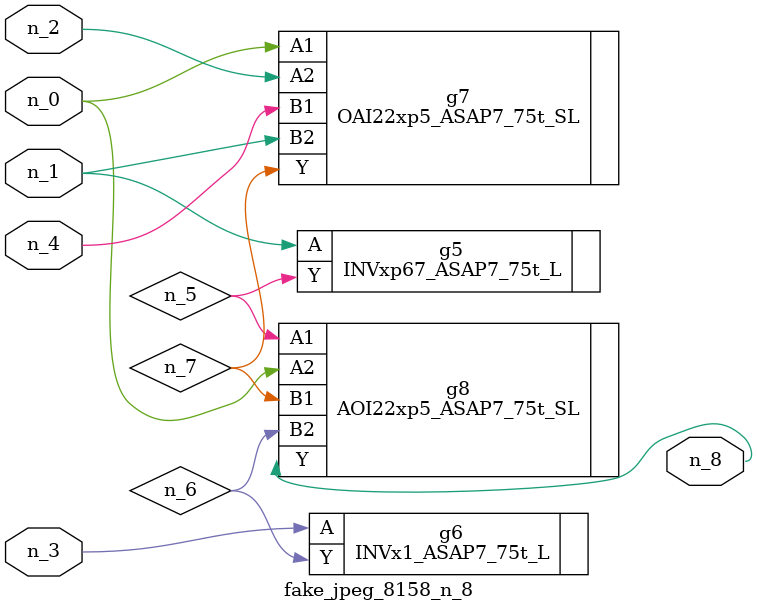
<source format=v>
module fake_jpeg_8158_n_8 (n_3, n_2, n_1, n_0, n_4, n_8);

input n_3;
input n_2;
input n_1;
input n_0;
input n_4;

output n_8;

wire n_6;
wire n_5;
wire n_7;

INVxp67_ASAP7_75t_L g5 ( 
.A(n_1),
.Y(n_5)
);

INVx1_ASAP7_75t_L g6 ( 
.A(n_3),
.Y(n_6)
);

OAI22xp5_ASAP7_75t_SL g7 ( 
.A1(n_0),
.A2(n_2),
.B1(n_4),
.B2(n_1),
.Y(n_7)
);

AOI22xp5_ASAP7_75t_SL g8 ( 
.A1(n_5),
.A2(n_0),
.B1(n_7),
.B2(n_6),
.Y(n_8)
);


endmodule
</source>
